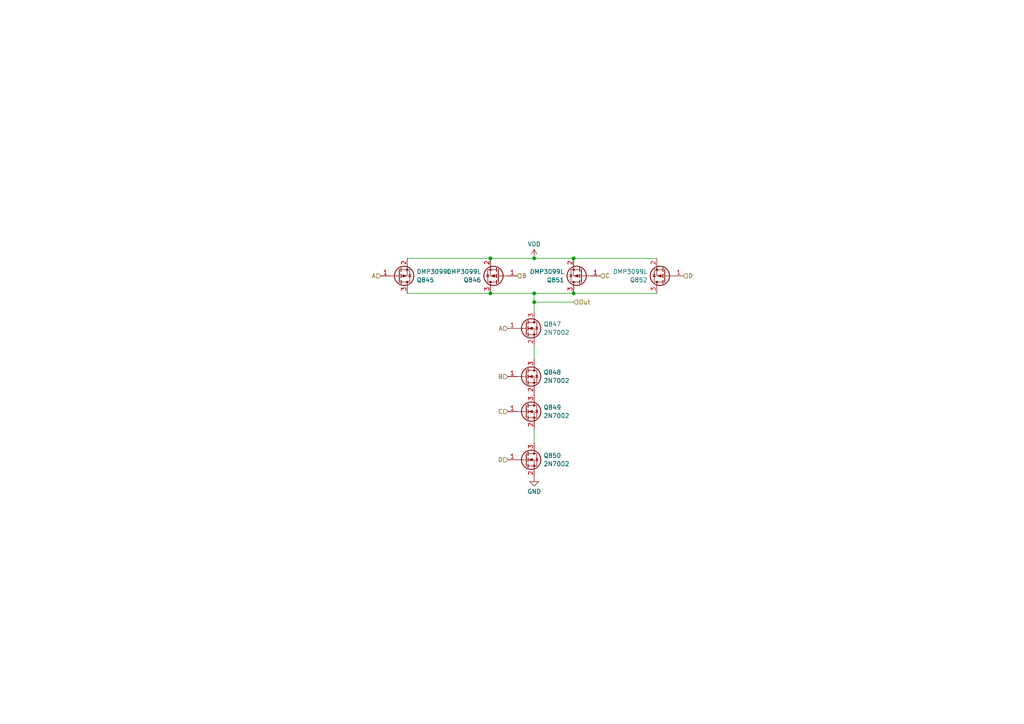
<source format=kicad_sch>
(kicad_sch (version 20250114) (generator "eeschema") (generator_version "9.0")
  (paper "A4")
  (lib_symbols
    (symbol "Transistor_FET:2N7002" (pin_names (offset 0) (hide yes))
      (property "Reference" "Q" (at 5.08 1.905 0))
      (property "Value" "2N7002" (at 5.08 0 0))
      (symbol "2N7002_0_1"
        (polyline (pts (xy 0.254 1.905) (xy 0.254 -1.905)) (stroke (width 0.254)))
        (polyline (pts (xy 0.254 0) (xy -2.54 0)))
        (polyline (pts (xy 0.762 2.286) (xy 0.762 1.27)) (stroke (width 0.254)))
        (polyline (pts (xy 0.762 0.508) (xy 0.762 -0.508)) (stroke (width 0.254)))
        (polyline (pts (xy 0.762 -1.27) (xy 0.762 -2.286)) (stroke (width 0.254)))
        (polyline (pts (xy 0.762 -1.778) (xy 3.302 -1.778) (xy 3.302 1.778) (xy 0.762 1.778)))
        (polyline (pts (xy 1.016 0) (xy 2.032 0.381) (xy 2.032 -0.381) (xy 1.016 0)) (fill (type outline)))
        (circle (center 1.651 0) (radius 2.794) (stroke (width 0.254)))
        (polyline (pts (xy 2.54 2.54) (xy 2.54 1.778)))
        (circle (center 2.54 1.778) (radius 0.254) (fill (type outline)))
        (circle (center 2.54 -1.778) (radius 0.254) (fill (type outline)))
        (polyline (pts (xy 2.54 -2.54) (xy 2.54 0) (xy 0.762 0)))
        (polyline (pts (xy 2.921 0.381) (xy 3.683 0.381)))
        (polyline (pts (xy 3.302 0.381) (xy 2.921 -0.254) (xy 3.683 -0.254) (xy 3.302 0.381)))
      )
      (symbol "2N7002_1_1"
        (pin input line (at -5.08 0 0) (length 2.54) (name "G") (number "1"))
        (pin passive line (at 2.54 5.08 270) (length 2.54) (name "D") (number "3"))
        (pin passive line (at 2.54 -5.08 90) (length 2.54) (name "S") (number "2"))
      )
    )
    (symbol "Transistor_FET:DMP3099L" (pin_names (offset 0) (hide yes))
      (property "Reference" "Q" (at 5.08 1.905 0))
      (property "Value" "DMP3099L" (at 5.08 0 0))
      (symbol "DMP3099L_0_1"
        (polyline (pts (xy 0.254 1.905) (xy 0.254 -1.905)) (stroke (width 0.254)))
        (polyline (pts (xy 0.254 0) (xy -2.54 0)))
        (polyline (pts (xy 0.762 2.286) (xy 0.762 1.27)) (stroke (width 0.254)))
        (polyline (pts (xy 0.762 1.778) (xy 3.302 1.778) (xy 3.302 -1.778) (xy 0.762 -1.778)))
        (polyline (pts (xy 0.762 0.508) (xy 0.762 -0.508)) (stroke (width 0.254)))
        (polyline (pts (xy 0.762 -1.27) (xy 0.762 -2.286)) (stroke (width 0.254)))
        (circle (center 1.651 0) (radius 2.794) (stroke (width 0.254)))
        (polyline (pts (xy 2.286 0) (xy 1.27 0.381) (xy 1.27 -0.381) (xy 2.286 0)) (fill (type outline)))
        (polyline (pts (xy 2.54 2.54) (xy 2.54 1.778)))
        (circle (center 2.54 1.778) (radius 0.254) (fill (type outline)))
        (circle (center 2.54 -1.778) (radius 0.254) (fill (type outline)))
        (polyline (pts (xy 2.54 -2.54) (xy 2.54 0) (xy 0.762 0)))
        (polyline (pts (xy 2.921 -0.381) (xy 3.683 -0.381)))
        (polyline (pts (xy 3.302 -0.381) (xy 2.921 0.254) (xy 3.683 0.254) (xy 3.302 -0.381)))
      )
      (symbol "DMP3099L_1_1"
        (pin input line (at -5.08 0 0) (length 2.54) (name "G") (number "1"))
        (pin passive line (at 2.54 5.08 270) (length 2.54) (name "D") (number "3"))
        (pin passive line (at 2.54 -5.08 90) (length 2.54) (name "S") (number "2"))
      )
    )
    (symbol "power:GND" (power) (pin_numbers (hide yes)) (pin_names (offset 0) (hide yes))
      (property "Value" "GND" (at 0 -3.81 0))
      (symbol "GND_0_1"
        (polyline (pts (xy 0 0) (xy 0 -1.27) (xy 1.27 -1.27) (xy 0 -2.54) (xy -1.27 -1.27) (xy 0 -1.27)))
      )
      (symbol "GND_1_1"
        (pin power_in line (at 0 0 270) (length 0) (name "~") (number "1"))
      )
    )
    (symbol "power:VDD" (power) (pin_numbers (hide yes)) (pin_names (offset 0) (hide yes))
      (property "Value" "VDD" (at 0 3.556 0))
      (symbol "VDD_0_1"
        (polyline (pts (xy -0.762 1.27) (xy 0 2.54)))
        (polyline (pts (xy 0 2.54) (xy 0.762 1.27)))
        (polyline (pts (xy 0 0) (xy 0 2.54)))
      )
      (symbol "VDD_1_1"
        (pin power_in line (at 0 0 90) (length 0) (name "~") (number "1"))
      )
    )
  )
  (junction (at 142.24 85.09))
  (junction (at 154.94 74.93))
  (junction (at 154.94 85.09))
  (junction (at 166.37 74.93))
  (junction (at 142.24 74.93))
  (junction (at 166.37 85.09))
  (junction (at 154.94 87.63))
  (wire (pts (xy 154.94 100.33) (xy 154.94 104.14)))
  (wire (pts (xy 154.94 87.63) (xy 166.37 87.63)))
  (wire (pts (xy 166.37 74.93) (xy 190.5 74.93)))
  (wire (pts (xy 154.94 85.09) (xy 166.37 85.09)))
  (wire (pts (xy 154.94 74.93) (xy 166.37 74.93)))
  (wire (pts (xy 118.11 74.93) (xy 142.24 74.93)))
  (wire (pts (xy 142.24 85.09) (xy 154.94 85.09)))
  (wire (pts (xy 154.94 87.63) (xy 154.94 90.17)))
  (wire (pts (xy 154.94 85.09) (xy 154.94 87.63)))
  (wire (pts (xy 166.37 85.09) (xy 190.5 85.09)))
  (wire (pts (xy 154.94 124.46) (xy 154.94 128.27)))
  (wire (pts (xy 118.11 85.09) (xy 142.24 85.09)))
  (wire (pts (xy 142.24 74.93) (xy 154.94 74.93)))
  (hierarchical_label "A" (shape input) (at 147.32 95.25 180))
  (hierarchical_label "B" (shape input) (at 147.32 109.22 180))
  (hierarchical_label "D" (shape input) (at 198.12 80.01 0))
  (hierarchical_label "C" (shape input) (at 173.99 80.01 0))
  (hierarchical_label "C" (shape input) (at 147.32 119.38 180))
  (hierarchical_label "D" (shape input) (at 147.32 133.35 180))
  (hierarchical_label "B" (shape input) (at 149.86 80.01 0))
  (hierarchical_label "A" (shape input) (at 110.49 80.01 180))
  (hierarchical_label "Out" (shape input) (at 166.37 87.63 0))
  (symbol (lib_id "Transistor_FET:2N7002") (at 152.4 133.35 0) (unit 1)
    (property "Reference" "Q554" (at 157.607 132.1378 0) (effects (justify left)))
    (property "Value" "2N7002" (at 157.607 134.5621 0) (effects (justify left)))
    (property "Footprint" "Package_TO_SOT_SMD:SOT-23" (effects (hide yes)))
    (property "Datasheet" "https://www.onsemi.com/pub/Collateral/NDS7002A-D.PDF" (effects (hide yes)))
    (property "Description" "0.115A Id, 60V Vds, N-Channel MOSFET, SOT-23" (effects (hide yes)))
    (instances (project "transistor-clock" (path "" (reference "Q850") (unit 1)) (path "" (reference "Q754") (unit 1)) (path "" (reference "Q554") (unit 1)) (path "" (reference "Q650") (unit 1)) (path "" (reference "Q680") (unit 1))))
  )
  (symbol (lib_id "Transistor_FET:2N7002") (at 152.4 95.25 0) (unit 1)
    (property "Reference" "Q551" (at 157.607 94.0378 0) (effects (justify left)))
    (property "Value" "2N7002" (at 157.607 96.4621 0) (effects (justify left)))
    (property "Footprint" "Package_TO_SOT_SMD:SOT-23" (effects (hide yes)))
    (property "Datasheet" "https://www.onsemi.com/pub/Collateral/NDS7002A-D.PDF" (effects (hide yes)))
    (property "Description" "0.115A Id, 60V Vds, N-Channel MOSFET, SOT-23" (effects (hide yes)))
    (instances (project "transistor-clock" (path "" (reference "Q847") (unit 1)) (path "" (reference "Q751") (unit 1)) (path "" (reference "Q551") (unit 1)) (path "" (reference "Q647") (unit 1)) (path "" (reference "Q677") (unit 1))))
  )
  (symbol (lib_id "Transistor_FET:DMP3099L") (at 144.78 80.01 180) (unit 1)
    (property "Reference" "Q550" (at 139.573 81.2222 0) (effects (justify left)))
    (property "Value" "DMP3099L" (at 139.573 78.7979 0) (effects (justify left)))
    (property "Footprint" "Package_TO_SOT_SMD:SOT-23" (effects (hide yes)))
    (property "Datasheet" "https://www.diodes.com/assets/Datasheets/DMP3099L.pdf" (effects (hide yes)))
    (property "Description" "-3.8A Id, -30V Vds, P-Channel MOSFET, SOT-23" (effects (hide yes)))
    (instances (project "transistor-clock" (path "" (reference "Q846") (unit 1)) (path "" (reference "Q750") (unit 1)) (path "" (reference "Q550") (unit 1)) (path "" (reference "Q646") (unit 1)) (path "" (reference "Q676") (unit 1))))
  )
  (symbol (lib_id "Transistor_FET:DMP3099L") (at 193.04 80.01 180) (unit 1)
    (property "Reference" "Q556" (at 187.833 81.2222 0) (effects (justify left)))
    (property "Value" "DMP3099L" (at 187.833 78.7979 0) (effects (justify left)))
    (property "Footprint" "Package_TO_SOT_SMD:SOT-23" (effects (hide yes)))
    (property "Datasheet" "https://www.diodes.com/assets/Datasheets/DMP3099L.pdf" (effects (hide yes)))
    (property "Description" "-3.8A Id, -30V Vds, P-Channel MOSFET, SOT-23" (effects (hide yes)))
    (instances (project "transistor-clock" (path "" (reference "Q852") (unit 1)) (path "" (reference "Q756") (unit 1)) (path "" (reference "Q556") (unit 1)) (path "" (reference "Q652") (unit 1)) (path "" (reference "Q682") (unit 1))))
  )
  (symbol (lib_id "power:VDD") (at 154.94 74.93 0) (unit 1)
    (property "Reference" "#PWR0214" (effects (hide yes)))
    (property "Value" "VDD" (at 154.94 70.7969 0))
    (property "Description" "Power symbol creates a global label with name \"VDD\"" (effects (hide yes)))
    (instances (project "transistor-clock" (path "" (reference "#PWR0318") (unit 1)) (path "" (reference "#PWR0284") (unit 1)) (path "" (reference "#PWR0214") (unit 1)) (path "" (reference "#PWR0248") (unit 1)) (path "" (reference "#PWR0258") (unit 1))))
  )
  (symbol (lib_id "Transistor_FET:DMP3099L") (at 115.57 80.01 0) (mirror x) (unit 1)
    (property "Reference" "Q549" (at 120.777 81.2222 0) (effects (justify left)))
    (property "Value" "DMP3099L" (at 120.777 78.7979 0) (effects (justify left)))
    (property "Footprint" "Package_TO_SOT_SMD:SOT-23" (effects (hide yes)))
    (property "Datasheet" "https://www.diodes.com/assets/Datasheets/DMP3099L.pdf" (effects (hide yes)))
    (property "Description" "-3.8A Id, -30V Vds, P-Channel MOSFET, SOT-23" (effects (hide yes)))
    (instances (project "transistor-clock" (path "" (reference "Q845") (unit 1)) (path "" (reference "Q749") (unit 1)) (path "" (reference "Q549") (unit 1)) (path "" (reference "Q645") (unit 1)) (path "" (reference "Q675") (unit 1))))
  )
  (symbol (lib_id "Transistor_FET:DMP3099L") (at 168.91 80.01 180) (unit 1)
    (property "Reference" "Q555" (at 163.703 81.2222 0) (effects (justify left)))
    (property "Value" "DMP3099L" (at 163.703 78.7979 0) (effects (justify left)))
    (property "Footprint" "Package_TO_SOT_SMD:SOT-23" (effects (hide yes)))
    (property "Datasheet" "https://www.diodes.com/assets/Datasheets/DMP3099L.pdf" (effects (hide yes)))
    (property "Description" "-3.8A Id, -30V Vds, P-Channel MOSFET, SOT-23" (effects (hide yes)))
    (instances (project "transistor-clock" (path "" (reference "Q851") (unit 1)) (path "" (reference "Q755") (unit 1)) (path "" (reference "Q555") (unit 1)) (path "" (reference "Q651") (unit 1)) (path "" (reference "Q681") (unit 1))))
  )
  (symbol (lib_id "power:GND") (at 154.94 138.43 0) (unit 1)
    (property "Reference" "#PWR0215" (effects (hide yes)))
    (property "Value" "GND" (at 154.94 142.5631 0))
    (property "Description" "Power symbol creates a global label with name \"GND\" , ground" (effects (hide yes)))
    (instances (project "transistor-clock" (path "" (reference "#PWR0319") (unit 1)) (path "" (reference "#PWR0285") (unit 1)) (path "" (reference "#PWR0215") (unit 1)) (path "" (reference "#PWR0249") (unit 1)) (path "" (reference "#PWR0259") (unit 1))))
  )
  (symbol (lib_id "Transistor_FET:2N7002") (at 152.4 109.22 0) (unit 1)
    (property "Reference" "Q552" (at 157.607 108.0078 0) (effects (justify left)))
    (property "Value" "2N7002" (at 157.607 110.4321 0) (effects (justify left)))
    (property "Footprint" "Package_TO_SOT_SMD:SOT-23" (effects (hide yes)))
    (property "Datasheet" "https://www.onsemi.com/pub/Collateral/NDS7002A-D.PDF" (effects (hide yes)))
    (property "Description" "0.115A Id, 60V Vds, N-Channel MOSFET, SOT-23" (effects (hide yes)))
    (instances (project "transistor-clock" (path "" (reference "Q848") (unit 1)) (path "" (reference "Q752") (unit 1)) (path "" (reference "Q552") (unit 1)) (path "" (reference "Q648") (unit 1)) (path "" (reference "Q678") (unit 1))))
  )
  (symbol (lib_id "Transistor_FET:2N7002") (at 152.4 119.38 0) (unit 1)
    (property "Reference" "Q553" (at 157.607 118.1678 0) (effects (justify left)))
    (property "Value" "2N7002" (at 157.607 120.5921 0) (effects (justify left)))
    (property "Footprint" "Package_TO_SOT_SMD:SOT-23" (effects (hide yes)))
    (property "Datasheet" "https://www.onsemi.com/pub/Collateral/NDS7002A-D.PDF" (effects (hide yes)))
    (property "Description" "0.115A Id, 60V Vds, N-Channel MOSFET, SOT-23" (effects (hide yes)))
    (instances (project "transistor-clock" (path "" (reference "Q849") (unit 1)) (path "" (reference "Q753") (unit 1)) (path "" (reference "Q553") (unit 1)) (path "" (reference "Q649") (unit 1)) (path "" (reference "Q679") (unit 1))))
  )
)
</source>
